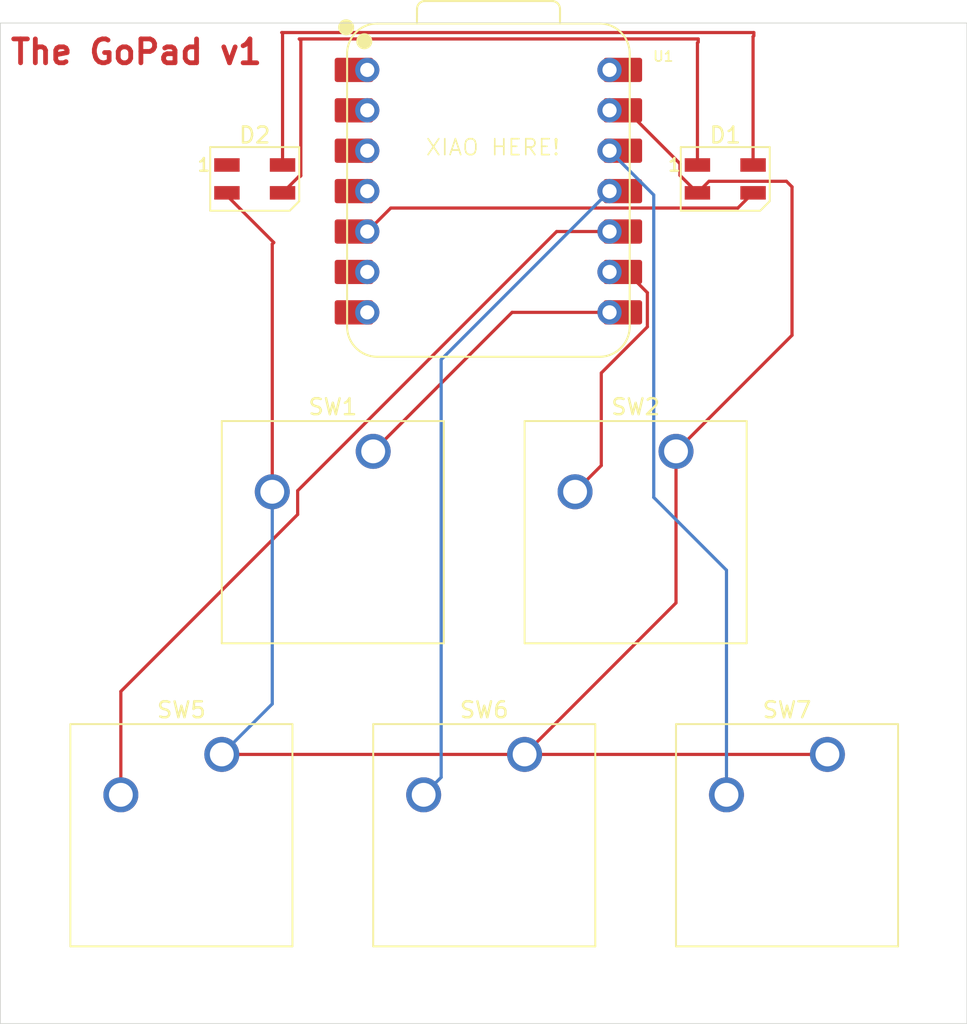
<source format=kicad_pcb>
(kicad_pcb (version 20241229) (generator "pcbnew") (generator_version "9.0")
  (layers (0 "F.Cu" signal) (2 "B.Cu" signal) (13 "F.Paste" user) (15 "B.Paste" user) (5 "F.SilkS" user "F.Silkscreen") (7 "B.SilkS" user "B.Silkscreen") (1 "F.Mask" user) (3 "B.Mask" user) (25 "Edge.Cuts" user))
  (net 0 "")
  (net 1 "+5V")
  (net 2 "Net-(D1-DOUT)")
  (net 3 "Net-(D1-DIN)")
  (net 4 "GND")
  (net 6 "Net-(U1-GPIO1{slash}RX)")
  (net 7 "Net-(U1-GPIO2{slash}SCK)")
  (net 8 "Net-(U1-GPIO4{slash}MISO)")
  (net 9 "Net-(U1-GPIO3{slash}MOSI)")
  (net 10 "Net-(U1-3V3)")
  (footprint "LED_SMD:LED_SK6812MINI_PLCC4_3.5x3.5mm_P1.75mm" (layer "F.Cu") (at 124.7 65.9)
    (property "Reference" "D1" (at 0 -2.75 0) (layer "F.SilkS"))
    (property "Value" "SK6812MINI")
    (fp_line (start -2.8 -2) (end -2.8 2) (stroke (width 0.12)) (layer "F.SilkS"))
    (fp_line (start -2.8 -2) (end 2.8 -2) (stroke (width 0.12)) (layer "F.SilkS"))
    (fp_line (start -2.8 2) (end 2.2 2) (stroke (width 0.12)) (layer "F.SilkS"))
    (fp_line (start 2.8 1.4) (end 2.2 2) (stroke (width 0.12)) (layer "F.SilkS"))
    (fp_line (start 2.8 1.4) (end 2.8 -2) (stroke (width 0.12)) (layer "F.SilkS"))
    (fp_text user "1" (at -3.2 -0.875 0) (layer "F.SilkS") (effects (font (size 0.8 0.8))))
    (pad "1" smd rect (at -1.75 -0.875) (size 1.6 0.85) (layers "F.Cu" "F.Mask" "F.Paste") (net 2 "Net-(D1-DOUT)"))
    (pad "2" smd rect (at -1.75 0.875) (size 1.6 0.85) (layers "F.Cu" "F.Mask" "F.Paste") (net 4 "GND"))
    (pad "3" smd rect (at 1.75 0.875) (size 1.6 0.85) (layers "F.Cu" "F.Mask" "F.Paste") (net 3 "Net-(D1-DIN)"))
    (pad "4" smd rect (at 1.75 -0.875) (size 1.6 0.85) (layers "F.Cu" "F.Mask" "F.Paste") (net 1 "+5V"))
  )
  (footprint "Button_Switch_Keyboard:SW_Cherry_MX_1.00u_PCB" (layer "F.Cu") (at 102.5525 83.02625)
    (property "Reference" "SW1" (at -2.54 -2.794 0) (layer "F.SilkS"))
    (property "Value" "SW_Push")
    (fp_line (start -9.525 -1.905) (end 4.445 -1.905) (stroke (width 0.12)) (layer "F.SilkS"))
    (fp_line (start -9.525 12.065) (end -9.525 -1.905) (stroke (width 0.12)) (layer "F.SilkS"))
    (fp_line (start 4.445 -1.905) (end 4.445 12.065) (stroke (width 0.12)) (layer "F.SilkS"))
    (fp_line (start 4.445 12.065) (end -9.525 12.065) (stroke (width 0.12)) (layer "F.SilkS"))
    (pad "" np_thru_hole circle (at -7.62 5.08) (size 1.7 1.7) (drill 1.7) (layers "*.Cu" "*.Mask"))
    (pad "" np_thru_hole circle (at -2.54 5.08) (size 4 4) (drill 4) (layers "*.Cu" "*.Mask"))
    (pad "" np_thru_hole circle (at 2.54 5.08) (size 1.7 1.7) (drill 1.7) (layers "*.Cu" "*.Mask"))
    (pad "1" thru_hole circle (at 0 0) (size 2.2 2.2) (drill 1.5) (layers "*.Cu" "*.Mask") (net 6 "Net-(U1-GPIO1{slash}RX)"))
    (pad "2" thru_hole circle (at -6.35 2.54) (size 2.2 2.2) (drill 1.5) (layers "*.Cu" "*.Mask") (net 4 "GND"))
  )
  (footprint "MPD:XIAO-RP2040-DIP" (layer "F.Cu") (at 109.8 66.6685)
    (property "Reference" "U1" (at 11 -8.4685 0) (layer "F.SilkS") (effects (font (size 0.635 0.635) (thickness 0.1016))))
    (property "Value" "XIAO-RP2040-DIP")
    (fp_line (start -8.89 8.509) (end -8.89 -8.636) (stroke (width 0.127)) (layer "F.SilkS"))
    (fp_line (start -6.985 10.414) (end 6.985 10.414) (stroke (width 0.127)) (layer "F.SilkS"))
    (fp_line (start -4.495 -10.541) (end -4.491272 -11.451272) (stroke (width 0.127)) (layer "F.SilkS"))
    (fp_line (start -3.991272 -11.951) (end 4.004 -11.951) (stroke (width 0.127)) (layer "F.SilkS"))
    (fp_line (start 4.504 -11.451) (end 4.504 -10.541) (stroke (width 0.127)) (layer "F.SilkS"))
    (fp_line (start 6.985 -10.541) (end -6.985 -10.541) (stroke (width 0.1)) (layer "F.SilkS"))
    (fp_line (start 6.985 -10.541) (end -6.985 -10.541) (stroke (width 0.127)) (layer "F.SilkS"))
    (fp_line (start 8.89 8.509) (end 8.89 -8.636) (stroke (width 0.127)) (layer "F.SilkS"))
    (fp_arc (start -8.89 -8.636) (mid -8.332038 -9.983038) (end -6.985 -10.541) (stroke (width 0.127)) (layer "F.SilkS"))
    (fp_arc (start -6.985 10.414) (mid -8.332038 9.856038) (end -8.89 8.509) (stroke (width 0.127)) (layer "F.SilkS"))
    (fp_arc (start -4.491272 -11.451272) (mid -4.344728 -11.80464) (end -3.991272 -11.951) (stroke (width 0.127)) (layer "F.SilkS"))
    (fp_arc (start 4.004 -11.951) (mid 4.357553 -11.804553) (end 4.504 -11.451) (stroke (width 0.127)) (layer "F.SilkS"))
    (fp_arc (start 6.985 -10.541) (mid 8.332038 -9.983038) (end 8.89 -8.636) (stroke (width 0.127)) (layer "F.SilkS"))
    (fp_arc (start 8.89 8.509) (mid 8.332038 9.856038) (end 6.985 10.414) (stroke (width 0.127)) (layer "F.SilkS"))
    (fp_circle (center -8.95 -10.3) (end -8.95 -10.554) (stroke (width 0.5)) (fill yes) (layer "F.SilkS"))
    (fp_circle (center -7.807 -9.42) (end -7.807 -9.674) (stroke (width 0.5)) (fill yes) (layer "F.SilkS"))
    (pad "1" smd roundrect (at -8.455 -7.62 180) (size 2.432 1.524) (layers "F.Cu" "F.Mask") (roundrect_rratio 0.1))
    (pad "1" thru_hole circle (at -7.62 -7.62 180) (size 1.524 1.524) (drill 0.889) (layers "*.Cu" "*.Mask"))
    (pad "2" smd roundrect (at -8.455 -5.08 180) (size 2.432 1.524) (layers "F.Cu" "F.Mask") (roundrect_rratio 0.1))
    (pad "2" thru_hole circle (at -7.62 -5.08 180) (size 1.524 1.524) (drill 0.889) (layers "*.Cu" "*.Mask"))
    (pad "3" smd roundrect (at -8.455 -2.54 180) (size 2.432 1.524) (layers "F.Cu" "F.Mask") (roundrect_rratio 0.1))
    (pad "3" thru_hole circle (at -7.62 -2.54 180) (size 1.524 1.524) (drill 0.889) (layers "*.Cu" "*.Mask"))
    (pad "4" smd roundrect (at -8.455 0 180) (size 2.432 1.524) (layers "F.Cu" "F.Mask") (roundrect_rratio 0.1))
    (pad "4" thru_hole circle (at -7.62 0 180) (size 1.524 1.524) (drill 0.889) (layers "*.Cu" "*.Mask"))
    (pad "5" smd roundrect (at -8.455 2.54 180) (size 2.432 1.524) (layers "F.Cu" "F.Mask") (roundrect_rratio 0.1) (net 3 "Net-(D1-DIN)"))
    (pad "5" thru_hole circle (at -7.62 2.54 180) (size 1.524 1.524) (drill 0.889) (layers "*.Cu" "*.Mask") (net 3 "Net-(D1-DIN)"))
    (pad "6" smd roundrect (at -8.455 5.08 180) (size 2.432 1.524) (layers "F.Cu" "F.Mask") (roundrect_rratio 0.1))
    (pad "6" thru_hole circle (at -7.62 5.08 180) (size 1.524 1.524) (drill 0.889) (layers "*.Cu" "*.Mask"))
    (pad "7" smd roundrect (at -8.455 7.62 180) (size 2.432 1.524) (layers "F.Cu" "F.Mask") (roundrect_rratio 0.1))
    (pad "7" thru_hole circle (at -7.62 7.62 180) (size 1.524 1.524) (drill 0.889) (layers "*.Cu" "*.Mask"))
    (pad "8" thru_hole circle (at 7.62 7.62) (size 1.524 1.524) (drill 0.889) (layers "*.Cu" "*.Mask") (net 6 "Net-(U1-GPIO1{slash}RX)"))
    (pad "8" smd roundrect (at 8.455 7.62) (size 2.432 1.524) (layers "F.Cu" "F.Mask") (roundrect_rratio 0.1) (net 6 "Net-(U1-GPIO1{slash}RX)"))
    (pad "9" thru_hole circle (at 7.62 5.08) (size 1.524 1.524) (drill 0.889) (layers "*.Cu" "*.Mask") (net 7 "Net-(U1-GPIO2{slash}SCK)"))
    (pad "9" smd roundrect (at 8.455 5.08) (size 2.432 1.524) (layers "F.Cu" "F.Mask") (roundrect_rratio 0.1) (net 7 "Net-(U1-GPIO2{slash}SCK)"))
    (pad "10" thru_hole circle (at 7.62 2.54) (size 1.524 1.524) (drill 0.889) (layers "*.Cu" "*.Mask") (net 8 "Net-(U1-GPIO4{slash}MISO)"))
    (pad "10" smd roundrect (at 8.455 2.54) (size 2.432 1.524) (layers "F.Cu" "F.Mask") (roundrect_rratio 0.1) (net 8 "Net-(U1-GPIO4{slash}MISO)"))
    (pad "11" thru_hole circle (at 7.62 0) (size 1.524 1.524) (drill 0.889) (layers "*.Cu" "*.Mask") (net 9 "Net-(U1-GPIO3{slash}MOSI)"))
    (pad "11" smd roundrect (at 8.455 0) (size 2.432 1.524) (layers "F.Cu" "F.Mask") (roundrect_rratio 0.1) (net 9 "Net-(U1-GPIO3{slash}MOSI)"))
    (pad "12" thru_hole circle (at 7.62 -2.54) (size 1.524 1.524) (drill 0.889) (layers "*.Cu" "*.Mask") (net 10 "Net-(U1-3V3)"))
    (pad "12" smd roundrect (at 8.455 -2.54) (size 2.432 1.524) (layers "F.Cu" "F.Mask") (roundrect_rratio 0.1) (net 10 "Net-(U1-3V3)"))
    (pad "13" thru_hole circle (at 7.62 -5.08) (size 1.524 1.524) (drill 0.889) (layers "*.Cu" "*.Mask") (net 4 "GND"))
    (pad "13" smd roundrect (at 8.455 -5.08) (size 2.432 1.524) (layers "F.Cu" "F.Mask") (roundrect_rratio 0.1) (net 4 "GND"))
    (pad "14" thru_hole circle (at 7.62 -7.62) (size 1.524 1.524) (drill 0.889) (layers "*.Cu" "*.Mask"))
    (pad "14" smd roundrect (at 8.455 -7.62) (size 2.432 1.524) (layers "F.Cu" "F.Mask") (roundrect_rratio 0.1))
  )
  (footprint "Button_Switch_Keyboard:SW_Cherry_MX_1.00u_PCB" (layer "F.Cu") (at 93.0275 102.07625)
    (property "Reference" "SW5" (at -2.54 -2.794 0) (layer "F.SilkS"))
    (property "Value" "SW_Push")
    (fp_line (start -9.525 -1.905) (end 4.445 -1.905) (stroke (width 0.12)) (layer "F.SilkS"))
    (fp_line (start -9.525 12.065) (end -9.525 -1.905) (stroke (width 0.12)) (layer "F.SilkS"))
    (fp_line (start 4.445 -1.905) (end 4.445 12.065) (stroke (width 0.12)) (layer "F.SilkS"))
    (fp_line (start 4.445 12.065) (end -9.525 12.065) (stroke (width 0.12)) (layer "F.SilkS"))
    (pad "" np_thru_hole circle (at -7.62 5.08) (size 1.7 1.7) (drill 1.7) (layers "*.Cu" "*.Mask"))
    (pad "" np_thru_hole circle (at -2.54 5.08) (size 4 4) (drill 4) (layers "*.Cu" "*.Mask"))
    (pad "" np_thru_hole circle (at 2.54 5.08) (size 1.7 1.7) (drill 1.7) (layers "*.Cu" "*.Mask"))
    (pad "1" thru_hole circle (at 0 0) (size 2.2 2.2) (drill 1.5) (layers "*.Cu" "*.Mask") (net 4 "GND"))
    (pad "2" thru_hole circle (at -6.35 2.54) (size 2.2 2.2) (drill 1.5) (layers "*.Cu" "*.Mask") (net 8 "Net-(U1-GPIO4{slash}MISO)"))
  )
  (footprint "Button_Switch_Keyboard:SW_Cherry_MX_1.00u_PCB" (layer "F.Cu") (at 121.6025 83.02625)
    (property "Reference" "SW2" (at -2.54 -2.794 0) (layer "F.SilkS"))
    (property "Value" "SW_Push")
    (fp_line (start -9.525 -1.905) (end 4.445 -1.905) (stroke (width 0.12)) (layer "F.SilkS"))
    (fp_line (start -9.525 12.065) (end -9.525 -1.905) (stroke (width 0.12)) (layer "F.SilkS"))
    (fp_line (start 4.445 -1.905) (end 4.445 12.065) (stroke (width 0.12)) (layer "F.SilkS"))
    (fp_line (start 4.445 12.065) (end -9.525 12.065) (stroke (width 0.12)) (layer "F.SilkS"))
    (pad "" np_thru_hole circle (at -7.62 5.08) (size 1.7 1.7) (drill 1.7) (layers "*.Cu" "*.Mask"))
    (pad "" np_thru_hole circle (at -2.54 5.08) (size 4 4) (drill 4) (layers "*.Cu" "*.Mask"))
    (pad "" np_thru_hole circle (at 2.54 5.08) (size 1.7 1.7) (drill 1.7) (layers "*.Cu" "*.Mask"))
    (pad "1" thru_hole circle (at 0 0) (size 2.2 2.2) (drill 1.5) (layers "*.Cu" "*.Mask") (net 4 "GND"))
    (pad "2" thru_hole circle (at -6.35 2.54) (size 2.2 2.2) (drill 1.5) (layers "*.Cu" "*.Mask") (net 7 "Net-(U1-GPIO2{slash}SCK)"))
  )
  (footprint "Button_Switch_Keyboard:SW_Cherry_MX_1.00u_PCB" (layer "F.Cu") (at 131.1275 102.07625)
    (property "Reference" "SW7" (at -2.54 -2.794 0) (layer "F.SilkS"))
    (property "Value" "SW_Push")
    (fp_line (start -9.525 -1.905) (end 4.445 -1.905) (stroke (width 0.12)) (layer "F.SilkS"))
    (fp_line (start -9.525 12.065) (end -9.525 -1.905) (stroke (width 0.12)) (layer "F.SilkS"))
    (fp_line (start 4.445 -1.905) (end 4.445 12.065) (stroke (width 0.12)) (layer "F.SilkS"))
    (fp_line (start 4.445 12.065) (end -9.525 12.065) (stroke (width 0.12)) (layer "F.SilkS"))
    (pad "" np_thru_hole circle (at -7.62 5.08) (size 1.7 1.7) (drill 1.7) (layers "*.Cu" "*.Mask"))
    (pad "" np_thru_hole circle (at -2.54 5.08) (size 4 4) (drill 4) (layers "*.Cu" "*.Mask"))
    (pad "" np_thru_hole circle (at 2.54 5.08) (size 1.7 1.7) (drill 1.7) (layers "*.Cu" "*.Mask"))
    (pad "1" thru_hole circle (at 0 0) (size 2.2 2.2) (drill 1.5) (layers "*.Cu" "*.Mask") (net 4 "GND"))
    (pad "2" thru_hole circle (at -6.35 2.54) (size 2.2 2.2) (drill 1.5) (layers "*.Cu" "*.Mask") (net 10 "Net-(U1-3V3)"))
  )
  (footprint "Button_Switch_Keyboard:SW_Cherry_MX_1.00u_PCB" (layer "F.Cu") (at 112.0775 102.07625)
    (property "Reference" "SW6" (at -2.54 -2.794 0) (layer "F.SilkS"))
    (property "Value" "SW_Push")
    (fp_line (start -9.525 -1.905) (end 4.445 -1.905) (stroke (width 0.12)) (layer "F.SilkS"))
    (fp_line (start -9.525 12.065) (end -9.525 -1.905) (stroke (width 0.12)) (layer "F.SilkS"))
    (fp_line (start 4.445 -1.905) (end 4.445 12.065) (stroke (width 0.12)) (layer "F.SilkS"))
    (fp_line (start 4.445 12.065) (end -9.525 12.065) (stroke (width 0.12)) (layer "F.SilkS"))
    (pad "" np_thru_hole circle (at -7.62 5.08) (size 1.7 1.7) (drill 1.7) (layers "*.Cu" "*.Mask"))
    (pad "" np_thru_hole circle (at -2.54 5.08) (size 4 4) (drill 4) (layers "*.Cu" "*.Mask"))
    (pad "" np_thru_hole circle (at 2.54 5.08) (size 1.7 1.7) (drill 1.7) (layers "*.Cu" "*.Mask"))
    (pad "1" thru_hole circle (at 0 0) (size 2.2 2.2) (drill 1.5) (layers "*.Cu" "*.Mask") (net 4 "GND"))
    (pad "2" thru_hole circle (at -6.35 2.54) (size 2.2 2.2) (drill 1.5) (layers "*.Cu" "*.Mask") (net 9 "Net-(U1-GPIO3{slash}MOSI)"))
  )
  (footprint "LED_SMD:LED_SK6812MINI_PLCC4_3.5x3.5mm_P1.75mm" (layer "F.Cu") (at 95.1 65.9)
    (property "Reference" "D2" (at 0 -2.75 0) (layer "F.SilkS"))
    (property "Value" "SK6812MINI")
    (fp_line (start -2.8 -2) (end -2.8 2) (stroke (width 0.12)) (layer "F.SilkS"))
    (fp_line (start -2.8 -2) (end 2.8 -2) (stroke (width 0.12)) (layer "F.SilkS"))
    (fp_line (start -2.8 2) (end 2.2 2) (stroke (width 0.12)) (layer "F.SilkS"))
    (fp_line (start 2.8 1.4) (end 2.2 2) (stroke (width 0.12)) (layer "F.SilkS"))
    (fp_line (start 2.8 1.4) (end 2.8 -2) (stroke (width 0.12)) (layer "F.SilkS"))
    (fp_text user "1" (at -3.2 -0.875 0) (layer "F.SilkS") (effects (font (size 0.8 0.8))))
    (pad "1" smd rect (at -1.75 -0.875) (size 1.6 0.85) (layers "F.Cu" "F.Mask" "F.Paste"))
    (pad "2" smd rect (at -1.75 0.875) (size 1.6 0.85) (layers "F.Cu" "F.Mask" "F.Paste") (net 4 "GND"))
    (pad "3" smd rect (at 1.75 0.875) (size 1.6 0.85) (layers "F.Cu" "F.Mask" "F.Paste") (net 2 "Net-(D1-DOUT)"))
    (pad "4" smd rect (at 1.75 -0.875) (size 1.6 0.85) (layers "F.Cu" "F.Mask" "F.Paste") (net 1 "+5V"))
  )
  (gr_rect (start 79.1 56.1) (end 139.9 119) (stroke (width 0.05)) (fill no) (layer "Edge.Cuts"))
  (gr_text "The GoPad v1" (at 79.6 58.8 0) (layer "F.Cu") (effects (font (size 1.5 1.5) (thickness 0.3) (bold yes)) (justify left bottom)))
  (gr_text "XIAO HERE!" (at 105.8 64.5 0) (layer "F.SilkS") (effects (font (size 1 1) (thickness 0.1)) (justify left bottom)))
  (segment (start 96.8 56.701) (end 126.5 56.701) (width 0.2) (layer "F.Cu") (net 1))
  (segment (start 126.5 56.9) (end 126.45 56.95) (width 0.2) (layer "F.Cu") (net 1))
  (segment (start 96.85 65.025) (end 96.85 56.751) (width 0.2) (layer "F.Cu") (net 1))
  (segment (start 96.85 56.751) (end 96.8 56.701) (width 0.2) (layer "F.Cu") (net 1))
  (segment (start 126.5 56.701) (end 126.5 56.9) (width 0.2) (layer "F.Cu") (net 1))
  (segment (start 126.45 56.95) (end 126.45 65.025) (width 0.2) (layer "F.Cu") (net 1))
  (segment (start 123 57.102) (end 123 57.3) (width 0.2) (layer "F.Cu") (net 2))
  (segment (start 123 57.3) (end 122.95 57.35) (width 0.2) (layer "F.Cu") (net 2))
  (segment (start 98 65.702) (end 98 57.2) (width 0.2) (layer "F.Cu") (net 2))
  (segment (start 98 57.2) (end 97.902 57.102) (width 0.2) (layer "F.Cu") (net 2))
  (segment (start 97.902 57.102) (end 123 57.102) (width 0.2) (layer "F.Cu") (net 2))
  (segment (start 96.85 66.775) (end 97.874 65.751) (width 0.2) (layer "F.Cu") (net 2))
  (segment (start 97.951 65.751) (end 98 65.702) (width 0.2) (layer "F.Cu") (net 2))
  (segment (start 122.95 57.35) (end 122.95 65.025) (width 0.2) (layer "F.Cu") (net 2))
  (segment (start 97.874 65.751) (end 97.951 65.751) (width 0.2) (layer "F.Cu") (net 2))
  (segment (start 103.657 67.7315) (end 125.4935 67.7315) (width 0.2) (layer "F.Cu") (net 3))
  (segment (start 102.18 69.2085) (end 103.657 67.7315) (width 0.2) (layer "F.Cu") (net 3))
  (segment (start 125.4935 67.7315) (end 126.45 66.775) (width 0.2) (layer "F.Cu") (net 3))
  (segment (start 93.35 66.95) (end 93.35 66.775) (width 0.2) (layer "F.Cu") (net 4))
  (segment (start 122.95 66.775) (end 123.676 66.049) (width 0.2) (layer "F.Cu") (net 4))
  (segment (start 121.6025 83.02625) (end 121.6025 92.55125) (width 0.2) (layer "F.Cu") (net 4))
  (segment (start 112.0775 102.07625) (end 93.0275 102.07625) (width 0.2) (layer "F.Cu") (net 4))
  (segment (start 121.849 65.674) (end 122.95 66.775) (width 0.2) (layer "F.Cu") (net 4))
  (segment (start 96.2025 69.9975) (end 96.3 69.9) (width 0.2) (layer "F.Cu") (net 4))
  (segment (start 128.9 66.4) (end 128.9 75.72875) (width 0.2) (layer "F.Cu") (net 4))
  (segment (start 128.9 75.72875) (end 121.6025 83.02625) (width 0.2) (layer "F.Cu") (net 4))
  (segment (start 121.6025 92.55125) (end 112.0775 102.07625) (width 0.2) (layer "F.Cu") (net 4))
  (segment (start 117.42 61.5885) (end 118.49763 61.5885) (width 0.2) (layer "F.Cu") (net 4))
  (segment (start 123.676 66.049) (end 128.549 66.049) (width 0.2) (layer "F.Cu") (net 4))
  (segment (start 112.0775 102.07625) (end 131.1275 102.07625) (width 0.2) (layer "F.Cu") (net 4))
  (segment (start 121.849 64.93987) (end 121.849 65.674) (width 0.2) (layer "F.Cu") (net 4))
  (segment (start 118.49763 61.5885) (end 121.849 64.93987) (width 0.2) (layer "F.Cu") (net 4))
  (segment (start 96.3 69.9) (end 93.35 66.95) (width 0.2) (layer "F.Cu") (net 4))
  (segment (start 96.2025 85.56625) (end 96.2025 69.9975) (width 0.2) (layer "F.Cu") (net 4))
  (segment (start 128.549 66.049) (end 128.9 66.4) (width 0.2) (layer "F.Cu") (net 4))
  (segment (start 96.2025 85.56625) (end 96.2025 98.90125) (width 0.2) (layer "B.Cu") (net 4))
  (segment (start 96.2025 98.90125) (end 93.0275 102.07625) (width 0.2) (layer "B.Cu") (net 4))
  (segment (start 111.29025 74.2885) (end 117.42 74.2885) (width 0.2) (layer "F.Cu") (net 6))
  (segment (start 102.5525 83.02625) (end 111.29025 74.2885) (width 0.2) (layer "F.Cu") (net 6))
  (segment (start 119.8 75.2) (end 116.9 78.1) (width 0.2) (layer "F.Cu") (net 7))
  (segment (start 117.42 71.7485) (end 118.49763 71.7485) (width 0.2) (layer "F.Cu") (net 7))
  (segment (start 116.9 83.91875) (end 115.2525 85.56625) (width 0.2) (layer "F.Cu") (net 7))
  (segment (start 118.49763 71.7485) (end 119.8 73.05087) (width 0.2) (layer "F.Cu") (net 7))
  (segment (start 119.8 73.05087) (end 119.8 75.2) (width 0.2) (layer "F.Cu") (net 7))
  (segment (start 116.9 78.1) (end 116.9 83.91875) (width 0.2) (layer "F.Cu") (net 7))
  (segment (start 97.8 86.993934) (end 86.6775 98.116434) (width 0.2) (layer "F.Cu") (net 8))
  (segment (start 86.6775 98.116434) (end 86.6775 104.61625) (width 0.2) (layer "F.Cu") (net 8))
  (segment (start 117.42 69.2085) (end 114.0915 69.2085) (width 0.2) (layer "F.Cu") (net 8))
  (segment (start 97.8 85.5) (end 97.8 86.993934) (width 0.2) (layer "F.Cu") (net 8))
  (segment (start 114.0915 69.2085) (end 97.8 85.5) (width 0.2) (layer "F.Cu") (net 8))
  (segment (start 106.827499 103.516251) (end 106.827499 77.261001) (width 0.2) (layer "B.Cu") (net 9))
  (segment (start 106.827499 77.261001) (end 117.42 66.6685) (width 0.2) (layer "B.Cu") (net 9))
  (segment (start 105.7275 104.61625) (end 106.827499 103.516251) (width 0.2) (layer "B.Cu") (net 9))
  (segment (start 120.2015 66.91) (end 120.2015 85.920434) (width 0.2) (layer "B.Cu") (net 10))
  (segment (start 120.2015 85.920434) (end 124.7775 90.496434) (width 0.2) (layer "B.Cu") (net 10))
  (segment (start 117.42 64.1285) (end 120.2015 66.91) (width 0.2) (layer "B.Cu") (net 10))
  (segment (start 124.7775 90.496434) (end 124.7775 104.61625) (width 0.2) (layer "B.Cu") (net 10))
)
</source>
